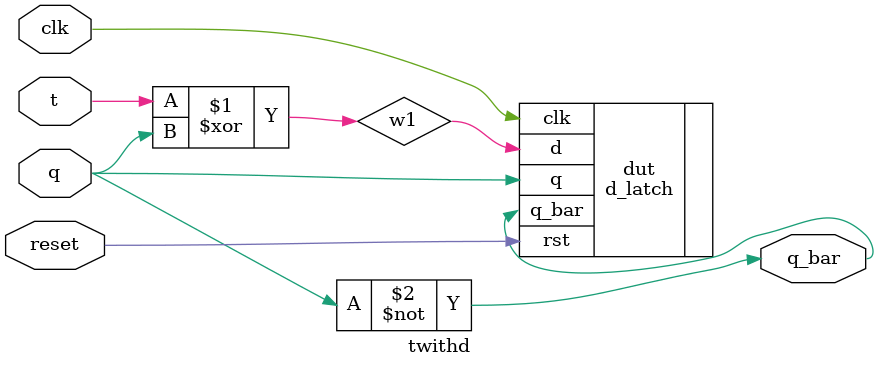
<source format=v>
module twithd(input t,
              input clk,reset,
              inout q,
              output q_bar
);
wire w1;
d_latch dut(.d(w1),.clk(clk),.rst(reset),.q(q),.q_bar(q_bar));
xor x1(w1,t,q);
assign q_bar=~q;
endmodule


</source>
